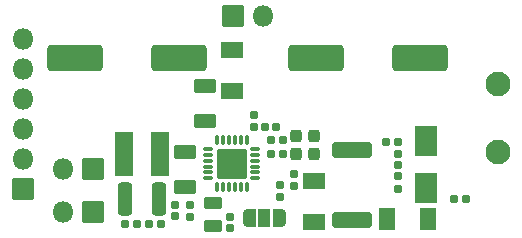
<source format=gts>
G04 #@! TF.GenerationSoftware,KiCad,Pcbnew,(5.99.0-12840-g99442350a4)*
G04 #@! TF.CreationDate,2021-11-05T14:17:08+01:00*
G04 #@! TF.ProjectId,stknx,73746b6e-782e-46b6-9963-61645f706362,rev?*
G04 #@! TF.SameCoordinates,Original*
G04 #@! TF.FileFunction,Soldermask,Top*
G04 #@! TF.FilePolarity,Negative*
%FSLAX46Y46*%
G04 Gerber Fmt 4.6, Leading zero omitted, Abs format (unit mm)*
G04 Created by KiCad (PCBNEW (5.99.0-12840-g99442350a4)) date 2021-11-05 14:17:08*
%MOMM*%
%LPD*%
G01*
G04 APERTURE LIST*
G04 Aperture macros list*
%AMRoundRect*
0 Rectangle with rounded corners*
0 $1 Rounding radius*
0 $2 $3 $4 $5 $6 $7 $8 $9 X,Y pos of 4 corners*
0 Add a 4 corners polygon primitive as box body*
4,1,4,$2,$3,$4,$5,$6,$7,$8,$9,$2,$3,0*
0 Add four circle primitives for the rounded corners*
1,1,$1+$1,$2,$3*
1,1,$1+$1,$4,$5*
1,1,$1+$1,$6,$7*
1,1,$1+$1,$8,$9*
0 Add four rect primitives between the rounded corners*
20,1,$1+$1,$2,$3,$4,$5,0*
20,1,$1+$1,$4,$5,$6,$7,0*
20,1,$1+$1,$6,$7,$8,$9,0*
20,1,$1+$1,$8,$9,$2,$3,0*%
%AMFreePoly0*
4,1,37,0.585355,0.785355,0.600000,0.750000,0.600000,-0.750000,0.585355,-0.785355,0.550000,-0.800000,0.000000,-0.800000,-0.012524,-0.794812,-0.080857,-0.793560,-0.094851,-0.791293,-0.230166,-0.749018,-0.242962,-0.742915,-0.360972,-0.664360,-0.371540,-0.654911,-0.462760,-0.546392,-0.470252,-0.534356,-0.527347,-0.404597,-0.531159,-0.390943,-0.548742,-0.256483,-0.547388,-0.256306,-0.550000,-0.250000,
-0.550000,0.250000,-0.549522,0.251153,-0.549368,0.263802,-0.527557,0.403879,-0.523412,0.417435,-0.463164,0.545760,-0.455381,0.557609,-0.361537,0.663867,-0.350741,0.673055,-0.230846,0.748703,-0.217905,0.754492,-0.081598,0.793449,-0.067552,0.795373,-0.011991,0.795033,0.000000,0.800000,0.550000,0.800000,0.585355,0.785355,0.585355,0.785355,$1*%
%AMFreePoly1*
4,1,37,0.012350,0.794884,0.074210,0.794507,0.088231,0.792412,0.224052,0.751793,0.236921,0.745846,0.355883,0.668739,0.366566,0.659420,0.459104,0.552023,0.466742,0.540080,0.525419,0.411028,0.529398,0.397421,0.549495,0.257088,0.550000,0.250000,0.550000,-0.250000,0.549996,-0.250610,0.549847,-0.262826,0.549158,-0.270511,0.525638,-0.410312,0.521328,-0.423818,0.459516,-0.551397,
0.451589,-0.563150,0.356454,-0.668254,0.345546,-0.677309,0.224736,-0.751486,0.211726,-0.757116,0.074953,-0.794405,0.060885,-0.796158,0.011462,-0.795252,0.000000,-0.800000,-0.550000,-0.800000,-0.585355,-0.785355,-0.600000,-0.750000,-0.600000,0.750000,-0.585355,0.785355,-0.550000,0.800000,0.000000,0.800000,0.012350,0.794884,0.012350,0.794884,$1*%
G04 Aperture macros list end*
%ADD10RoundRect,0.185000X0.185000X-0.135000X0.185000X0.135000X-0.185000X0.135000X-0.185000X-0.135000X0*%
%ADD11RoundRect,0.275000X0.225000X0.250000X-0.225000X0.250000X-0.225000X-0.250000X0.225000X-0.250000X0*%
%ADD12RoundRect,0.275000X-0.225000X-0.250000X0.225000X-0.250000X0.225000X0.250000X-0.225000X0.250000X0*%
%ADD13RoundRect,0.300001X2.049999X0.799999X-2.049999X0.799999X-2.049999X-0.799999X2.049999X-0.799999X0*%
%ADD14RoundRect,0.190000X-0.140000X-0.170000X0.140000X-0.170000X0.140000X0.170000X-0.140000X0.170000X0*%
%ADD15RoundRect,0.190000X-0.170000X0.140000X-0.170000X-0.140000X0.170000X-0.140000X0.170000X0.140000X0*%
%ADD16RoundRect,0.300000X-0.650000X0.325000X-0.650000X-0.325000X0.650000X-0.325000X0.650000X0.325000X0*%
%ADD17RoundRect,0.050000X0.750000X1.800000X-0.750000X1.800000X-0.750000X-1.800000X0.750000X-1.800000X0*%
%ADD18RoundRect,0.185000X0.135000X0.185000X-0.135000X0.185000X-0.135000X-0.185000X0.135000X-0.185000X0*%
%ADD19RoundRect,0.050000X-0.850000X0.850000X-0.850000X-0.850000X0.850000X-0.850000X0.850000X0.850000X0*%
%ADD20O,1.800000X1.800000*%
%ADD21RoundRect,0.112500X0.325000X0.062500X-0.325000X0.062500X-0.325000X-0.062500X0.325000X-0.062500X0*%
%ADD22RoundRect,0.112500X0.062500X0.325000X-0.062500X0.325000X-0.062500X-0.325000X0.062500X-0.325000X0*%
%ADD23RoundRect,0.050000X1.225000X1.225000X-1.225000X1.225000X-1.225000X-1.225000X1.225000X-1.225000X0*%
%ADD24RoundRect,0.300001X-2.049999X-0.799999X2.049999X-0.799999X2.049999X0.799999X-2.049999X0.799999X0*%
%ADD25RoundRect,0.050000X-0.850000X0.650000X-0.850000X-0.650000X0.850000X-0.650000X0.850000X0.650000X0*%
%ADD26RoundRect,0.185000X-0.185000X0.135000X-0.185000X-0.135000X0.185000X-0.135000X0.185000X0.135000X0*%
%ADD27RoundRect,0.185000X-0.135000X-0.185000X0.135000X-0.185000X0.135000X0.185000X-0.135000X0.185000X0*%
%ADD28FreePoly0,180.000000*%
%ADD29RoundRect,0.050000X0.500000X0.750000X-0.500000X0.750000X-0.500000X-0.750000X0.500000X-0.750000X0*%
%ADD30FreePoly1,180.000000*%
%ADD31RoundRect,0.050000X-0.650000X-0.850000X0.650000X-0.850000X0.650000X0.850000X-0.650000X0.850000X0*%
%ADD32RoundRect,0.190000X0.170000X-0.140000X0.170000X0.140000X-0.170000X0.140000X-0.170000X-0.140000X0*%
%ADD33RoundRect,0.300000X-0.475000X0.250000X-0.475000X-0.250000X0.475000X-0.250000X0.475000X0.250000X0*%
%ADD34RoundRect,0.050000X-0.900000X1.250000X-0.900000X-1.250000X0.900000X-1.250000X0.900000X1.250000X0*%
%ADD35RoundRect,0.050000X0.850000X0.850000X-0.850000X0.850000X-0.850000X-0.850000X0.850000X-0.850000X0*%
%ADD36C,2.100000*%
%ADD37RoundRect,0.300000X0.325000X1.100000X-0.325000X1.100000X-0.325000X-1.100000X0.325000X-1.100000X0*%
%ADD38RoundRect,0.190000X0.140000X0.170000X-0.140000X0.170000X-0.140000X-0.170000X0.140000X-0.170000X0*%
%ADD39RoundRect,0.300000X0.650000X-0.325000X0.650000X0.325000X-0.650000X0.325000X-0.650000X-0.325000X0*%
%ADD40RoundRect,0.050000X0.850000X-0.850000X0.850000X0.850000X-0.850000X0.850000X-0.850000X-0.850000X0*%
%ADD41RoundRect,0.300000X1.425000X-0.362500X1.425000X0.362500X-1.425000X0.362500X-1.425000X-0.362500X0*%
G04 APERTURE END LIST*
D10*
X190200000Y-113210000D03*
X190200000Y-112190000D03*
D11*
X183125000Y-110300000D03*
X181575000Y-110300000D03*
D12*
X181575000Y-108800000D03*
X183125000Y-108800000D03*
D13*
X171700000Y-102200000D03*
X162900000Y-102200000D03*
D14*
X167120000Y-116200000D03*
X168080000Y-116200000D03*
D15*
X171332000Y-114614000D03*
X171332000Y-115574000D03*
D16*
X173900000Y-104525000D03*
X173900000Y-107475000D03*
D17*
X170075000Y-110300000D03*
X167025000Y-110300000D03*
D18*
X170160000Y-116200000D03*
X169140000Y-116200000D03*
D19*
X164375000Y-111600000D03*
D20*
X161835000Y-111600000D03*
D15*
X176032000Y-115614000D03*
X176032000Y-116574000D03*
D21*
X178137500Y-112350000D03*
X178137500Y-111850000D03*
X178137500Y-111350000D03*
X178137500Y-110850000D03*
X178137500Y-110350000D03*
X178137500Y-109850000D03*
D22*
X177400000Y-109112500D03*
X176900000Y-109112500D03*
X176400000Y-109112500D03*
X175900000Y-109112500D03*
X175400000Y-109112500D03*
X174900000Y-109112500D03*
D21*
X174162500Y-109850000D03*
X174162500Y-110350000D03*
X174162500Y-110850000D03*
X174162500Y-111350000D03*
X174162500Y-111850000D03*
X174162500Y-112350000D03*
D22*
X174900000Y-113087500D03*
X175400000Y-113087500D03*
X175900000Y-113087500D03*
X176400000Y-113087500D03*
X176900000Y-113087500D03*
X177400000Y-113087500D03*
D23*
X176150000Y-111100000D03*
D24*
X183300000Y-102200000D03*
X192100000Y-102200000D03*
D25*
X176200000Y-101450000D03*
X176200000Y-104950000D03*
D26*
X172632000Y-114584000D03*
X172632000Y-115604000D03*
D27*
X189190000Y-109250000D03*
X190210000Y-109250000D03*
D28*
X180200000Y-115700000D03*
D29*
X178900000Y-115700000D03*
D30*
X177600000Y-115700000D03*
D26*
X180200000Y-112890000D03*
X180200000Y-113910000D03*
D18*
X180460000Y-110300000D03*
X179440000Y-110300000D03*
D31*
X189250000Y-115800000D03*
X192750000Y-115800000D03*
D32*
X178050000Y-107980000D03*
X178050000Y-107020000D03*
X181400000Y-112980000D03*
X181400000Y-112020000D03*
D33*
X174532000Y-114469000D03*
X174532000Y-116369000D03*
D34*
X192600000Y-109200000D03*
X192600000Y-113200000D03*
D25*
X183100000Y-112550000D03*
X183100000Y-116050000D03*
D35*
X158475000Y-113284000D03*
D20*
X158475000Y-110744000D03*
X158475000Y-108204000D03*
X158475000Y-105664000D03*
X158475000Y-103124000D03*
X158475000Y-100584000D03*
D32*
X190200000Y-111230000D03*
X190200000Y-110270000D03*
D36*
X198650000Y-110150000D03*
X198650000Y-104400000D03*
D27*
X179440000Y-109100000D03*
X180460000Y-109100000D03*
D37*
X170025000Y-114100000D03*
X167075000Y-114100000D03*
D38*
X179930000Y-108000000D03*
X178970000Y-108000000D03*
D39*
X172150000Y-113075000D03*
X172150000Y-110125000D03*
D40*
X176225000Y-98600000D03*
D20*
X178765000Y-98600000D03*
D41*
X186300000Y-115862500D03*
X186300000Y-109937500D03*
D18*
X196010000Y-114100000D03*
X194990000Y-114100000D03*
D19*
X164375000Y-115200000D03*
D20*
X161835000Y-115200000D03*
M02*

</source>
